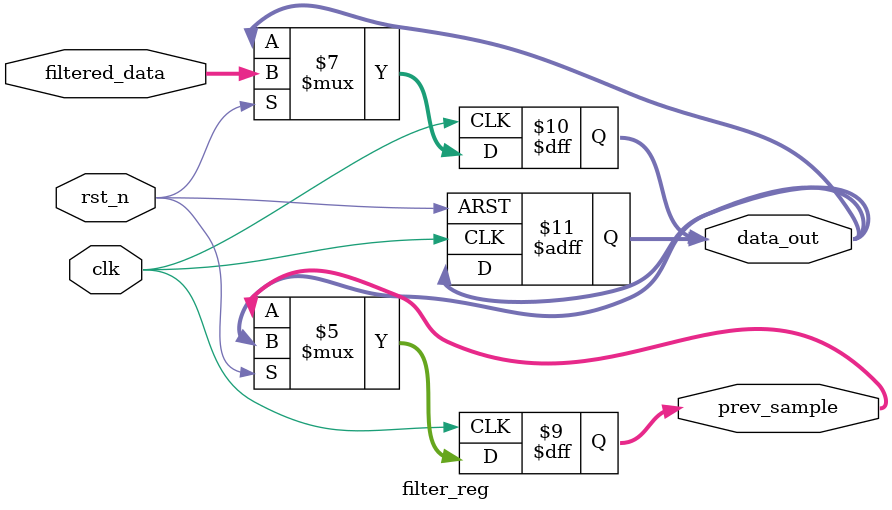
<source format=sv>
module sync_low_pass_filter #(
    parameter DATA_WIDTH = 8
)(
    input wire clk,
    input wire rst_n, 
    input wire [DATA_WIDTH-1:0] data_in,
    output wire [DATA_WIDTH-1:0] data_out
);

    // Internal signals
    wire [DATA_WIDTH-1:0] filtered_data;
    wire [DATA_WIDTH-1:0] prev_sample;

    // Filter calculation module
    filter_calc #(
        .DATA_WIDTH(DATA_WIDTH)
    ) filter_calc_inst (
        .data_in(data_in),
        .prev_sample(prev_sample),
        .filtered_data(filtered_data)
    );

    // Register module
    filter_reg #(
        .DATA_WIDTH(DATA_WIDTH)
    ) filter_reg_inst (
        .clk(clk),
        .rst_n(rst_n),
        .filtered_data(filtered_data),
        .data_out(data_out),
        .prev_sample(prev_sample)
    );

endmodule

// Filter calculation module
module filter_calc #(
    parameter DATA_WIDTH = 8
)(
    input wire [DATA_WIDTH-1:0] data_in,
    input wire [DATA_WIDTH-1:0] prev_sample,
    output wire [DATA_WIDTH-1:0] filtered_data
);

    // Internal signals for intermediate calculations
    wire [DATA_WIDTH-1:0] data_in_quarter;
    wire [DATA_WIDTH-1:0] data_in_half;
    wire [DATA_WIDTH-1:0] prev_sample_quarter;

    // Calculate intermediate values
    assign data_in_quarter = data_in >> 2;
    assign data_in_half = data_in >> 1;
    assign prev_sample_quarter = prev_sample >> 2;

    // Final filtered output calculation
    assign filtered_data = data_in_quarter + data_in_half + prev_sample_quarter;

endmodule

// Register module
module filter_reg #(
    parameter DATA_WIDTH = 8
)(
    input wire clk,
    input wire rst_n,
    input wire [DATA_WIDTH-1:0] filtered_data,
    output reg [DATA_WIDTH-1:0] data_out,
    output reg [DATA_WIDTH-1:0] prev_sample
);

    // Reset logic
    always @(posedge clk or negedge rst_n) begin
        if (!rst_n) begin
            data_out <= {DATA_WIDTH{1'b0}};
        end
    end

    // Data output register
    always @(posedge clk) begin
        if (rst_n) begin
            data_out <= filtered_data;
        end
    end

    // Previous sample register
    always @(posedge clk) begin
        if (rst_n) begin
            prev_sample <= data_out;
        end
    end

endmodule
</source>
